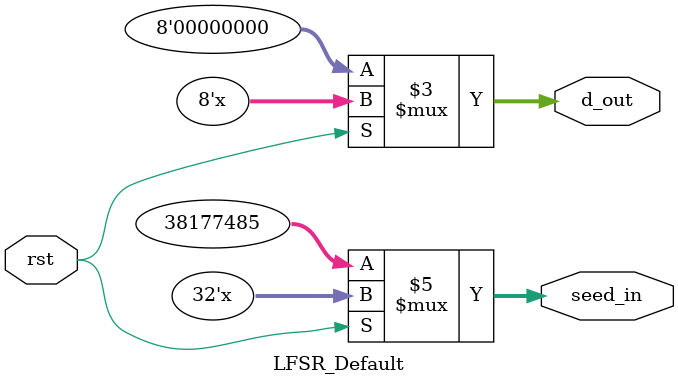
<source format=v>
`timescale 1ns / 1ps


module LFSR_Default(
    input wire rst,
    output reg [0:31]seed_in,
    output reg [0:7]d_out
);
    always @(rst)
    begin
        if(!rst)
        begin
            seed_in<=32'h02468ACD;
            d_out<=8'h00;
        end
    end
endmodule
</source>
